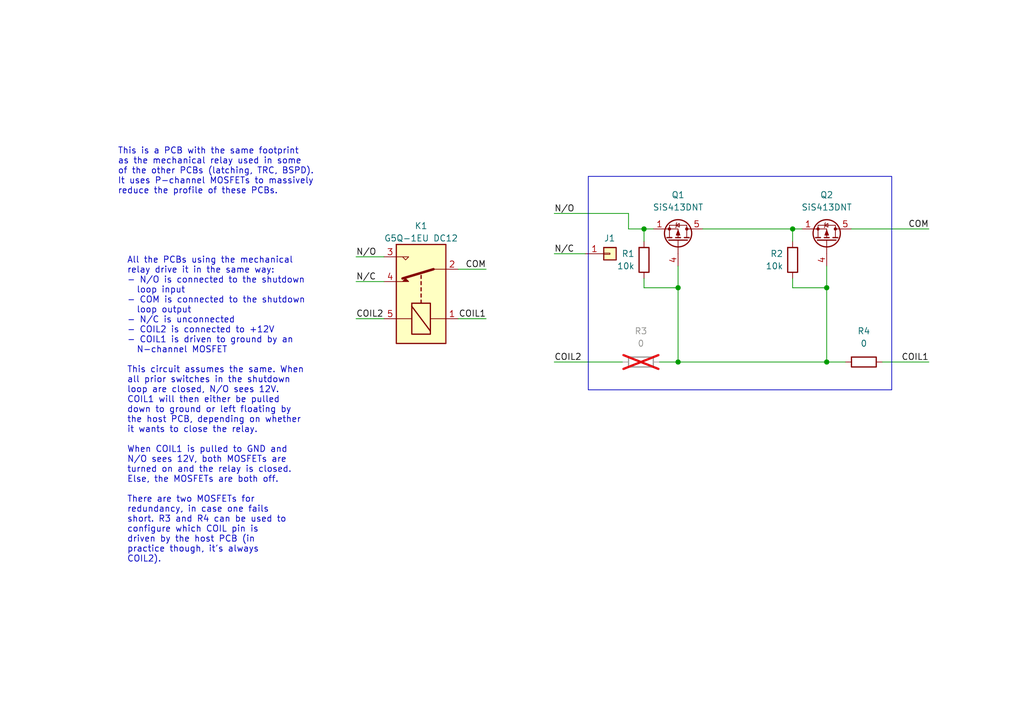
<source format=kicad_sch>
(kicad_sch (version 20230121) (generator eeschema)
  (paper "A5")
  (title_block (title "SS Relay") (date "2024-01-10") (rev "1.0.0") (company "SUFST") (comment 1 "STAG X") (comment 2 "Joe Pater"))
  (lib_symbols
    (symbol "Connector_Generic:Conn_01x01" (pin_names (offset 1.016) hide)
      (property "Reference" "J" (at 0 2.54 0))
      (property "Value" "Conn_01x01" (at 0 -2.54 0))
      (symbol "Conn_01x01_1_1"
        (rectangle (start -1.27 0.127) (end 0 -0.127) (stroke (width 0.1524)))
        (rectangle (start -1.27 1.27) (end 1.27 -1.27) (stroke (width 0.254)) (fill (type background)))
        (pin passive line (at -5.08 0 0) (length 3.81) (name "Pin_1") (number "1"))
      )
    )
    (symbol "Device:R" (pin_numbers hide) (pin_names (offset 0))
      (property "Reference" "R" (at 2.032 0 90))
      (property "Value" "R" (at 0 0 90))
      (symbol "R_0_1"
        (rectangle (start -1.016 -2.54) (end 1.016 2.54) (stroke (width 0.254)))
      )
      (symbol "R_1_1"
        (pin passive line (at 0 3.81 270) (length 1.27) (name "~") (number "1"))
        (pin passive line (at 0 -3.81 90) (length 1.27) (name "~") (number "2"))
      )
    )
    (symbol "Relay:G5Q-1"
      (property "Reference" "K" (at 11.43 3.81 0))
      (property "Value" "G5Q-1" (at 11.43 1.27 0))
      (symbol "G5Q-1_0_0"
        (polyline (pts (xy 7.62 5.08) (xy 7.62 2.54) (xy 6.985 3.175) (xy 7.62 3.81)))
      )
      (symbol "G5Q-1_0_1"
        (rectangle (start -10.16 5.08) (end 10.16 -5.08) (stroke (width 0.254)) (fill (type background)))
        (rectangle (start -8.255 1.905) (end -1.905 -1.905) (stroke (width 0.254)))
        (polyline (pts (xy -7.62 -1.905) (xy -2.54 1.905)) (stroke (width 0.254)))
        (polyline (pts (xy -5.08 -5.08) (xy -5.08 -1.905)))
        (polyline (pts (xy -5.08 5.08) (xy -5.08 1.905)))
        (polyline (pts (xy -1.905 0) (xy -1.27 0)) (stroke (width 0.254)))
        (polyline (pts (xy -0.635 0) (xy 0 0)) (stroke (width 0.254)))
        (polyline (pts (xy 0.635 0) (xy 1.27 0)) (stroke (width 0.254)))
        (polyline (pts (xy 1.905 0) (xy 2.54 0)) (stroke (width 0.254)))
        (polyline (pts (xy 3.175 0) (xy 3.81 0)) (stroke (width 0.254)))
        (polyline (pts (xy 5.08 -2.54) (xy 3.175 3.81)) (stroke (width 0.508)))
        (polyline (pts (xy 5.08 -2.54) (xy 5.08 -5.08)))
        (polyline (pts (xy 2.54 5.08) (xy 2.54 2.54) (xy 3.175 3.175) (xy 2.54 3.81)) (fill (type outline)))
      )
      (symbol "G5Q-1_1_1"
        (pin passive line (at -5.08 -7.62 90) (length 2.54) (name "~") (number "1"))
        (pin passive line (at 5.08 -7.62 90) (length 2.54) (name "~") (number "2"))
        (pin passive line (at 7.62 7.62 270) (length 2.54) (name "~") (number "3"))
        (pin passive line (at 2.54 7.62 270) (length 2.54) (name "~") (number "4"))
        (pin passive line (at -5.08 7.62 270) (length 2.54) (name "~") (number "5"))
      )
    )
    (symbol "SUFST:SiS413DNT" (pin_names hide)
      (property "Reference" "Q" (at 5.08 1.905 0))
      (property "Value" "SiS413DNT" (at 5.08 0 0))
      (symbol "SiS413DNT_0_1"
        (polyline (pts (xy 0.254 0) (xy -2.54 0)))
        (polyline (pts (xy 0.254 1.905) (xy 0.254 -1.905)) (stroke (width 0.254)))
        (polyline (pts (xy 0.762 -1.27) (xy 0.762 -2.286)) (stroke (width 0.254)))
        (polyline (pts (xy 0.762 0.508) (xy 0.762 -0.508)) (stroke (width 0.254)))
        (polyline (pts (xy 0.762 2.286) (xy 0.762 1.27)) (stroke (width 0.254)))
        (polyline (pts (xy 2.54 2.54) (xy 2.54 1.778)))
        (polyline (pts (xy 2.54 -2.54) (xy 2.54 0) (xy 0.762 0)))
        (polyline (pts (xy 0.762 1.778) (xy 3.302 1.778) (xy 3.302 -1.778) (xy 0.762 -1.778)))
        (polyline (pts (xy 2.286 0) (xy 1.27 0.381) (xy 1.27 -0.381) (xy 2.286 0)) (fill (type outline)))
        (polyline (pts (xy 2.794 -0.508) (xy 2.921 -0.381) (xy 3.683 -0.381) (xy 3.81 -0.254)))
        (polyline (pts (xy 3.302 -0.381) (xy 2.921 0.254) (xy 3.683 0.254) (xy 3.302 -0.381)))
        (circle (center 1.651 0) (radius 2.794) (stroke (width 0.254)))
        (circle (center 2.54 -1.778) (radius 0.254) (fill (type outline)))
        (circle (center 2.54 1.778) (radius 0.254) (fill (type outline)))
      )
      (symbol "SiS413DNT_1_1"
        (pin passive line (at 2.54 -5.08 90) (length 2.54) (name "S") (number "1"))
        (pin passive line (at 2.54 -5.08 90) (length 2.54) hide (name "S") (number "2"))
        (pin passive line (at 2.54 -5.08 90) (length 2.54) hide (name "S") (number "3"))
        (pin passive line (at -5.08 0 0) (length 2.54) (name "G") (number "4"))
        (pin passive line (at 2.54 5.08 270) (length 2.54) (name "D") (number "5"))
      )
    )
  )
  (bus_alias "LATCH_STATUS" (members "IMD_OK_LATCHED" "IMD_FAULT_LATCHED" "BMS_OK_LATCHED" "BMS_FAULT_LATCHED"))
  (junction (at 139.065 74.295))
  (junction (at 162.56 46.99))
  (junction (at 169.545 59.055))
  (junction (at 139.065 59.055))
  (junction (at 169.545 74.295))
  (junction (at 132.08 46.99))
  (wire (pts (xy 113.665 52.07) (xy 120.015 52.07)))
  (wire (pts (xy 132.08 59.055) (xy 139.065 59.055)))
  (wire (pts (xy 174.625 46.99) (xy 190.5 46.99)))
  (wire (pts (xy 162.56 46.99) (xy 162.56 49.53)))
  (wire (pts (xy 73.025 57.785) (xy 78.74 57.785)))
  (wire (pts (xy 73.025 65.405) (xy 78.74 65.405)))
  (wire (pts (xy 139.065 59.055) (xy 139.065 54.61)))
  (wire (pts (xy 132.08 57.15) (xy 132.08 59.055)))
  (wire (pts (xy 73.025 52.705) (xy 78.74 52.705)))
  (wire (pts (xy 169.545 74.295) (xy 173.355 74.295)))
  (wire (pts (xy 169.545 59.055) (xy 169.545 74.295)))
  (wire (pts (xy 132.08 46.99) (xy 133.985 46.99)))
  (wire (pts (xy 128.905 46.99) (xy 132.08 46.99)))
  (wire (pts (xy 162.56 57.15) (xy 162.56 59.055)))
  (wire (pts (xy 169.545 74.295) (xy 139.065 74.295)))
  (wire (pts (xy 162.56 59.055) (xy 169.545 59.055)))
  (wire (pts (xy 128.905 46.99) (xy 128.905 43.815)))
  (wire (pts (xy 139.065 59.055) (xy 139.065 74.295)))
  (wire (pts (xy 169.545 59.055) (xy 169.545 54.61)))
  (wire (pts (xy 132.08 49.53) (xy 132.08 46.99)))
  (wire (pts (xy 99.695 65.405) (xy 93.98 65.405)))
  (wire (pts (xy 135.255 74.295) (xy 139.065 74.295)))
  (wire (pts (xy 162.56 46.99) (xy 164.465 46.99)))
  (wire (pts (xy 144.145 46.99) (xy 162.56 46.99)))
  (wire (pts (xy 113.665 74.295) (xy 127.635 74.295)))
  (wire (pts (xy 99.695 55.245) (xy 93.98 55.245)))
  (wire (pts (xy 180.975 74.295) (xy 190.5 74.295)))
  (wire (pts (xy 113.665 43.815) (xy 128.905 43.815)))
  (rectangle (start 120.65 36.195) (end 182.88 80.01))
  (text "All the PCBs using the mechanical\nrelay drive it in the same way:\n- N/O is connected to the shutdown\n  loop input\n- COM is connected to the shutdown\n  loop output\n- N/C is unconnected\n- COIL2 is connected to +12V\n- COIL1 is driven to ground by an \n  N-channel MOSFET\n\nThis circuit assumes the same. When\nall prior switches in the shutdown\nloop are closed, N/O sees 12V.\nCOIL1 will then either be pulled\ndown to ground or left floating by \nthe host PCB, depending on whether\nit wants to close the relay.\n\nWhen COIL1 is pulled to GND and\nN/O sees 12V, both MOSFETs are\nturned on and the relay is closed.\nElse, the MOSFETs are both off.\n\nThere are two MOSFETs for\nredundancy, in case one fails\nshort. R3 and R4 can be used to\nconfigure which COIL pin is\ndriven by the host PCB (in\npractice though, it's always\nCOIL2)." (at 26.035 115.57 0) (effects (font (size 1.27 1.27)) (justify left bottom)))
  (text "This is a PCB with the same footprint\nas the mechanical relay used in some\nof the other PCBs (latching, TRC, BSPD).\nIt uses P-channel MOSFETs to massively\nreduce the profile of these PCBs." (at 24.13 40.005 0) (effects (font (size 1.27 1.27)) (justify left bottom)))
  (label "N{slash}O" (at 73.025 52.705 0))
  (label "COIL1" (at 99.695 65.405 180))
  (label "COIL2" (at 113.665 74.295 0))
  (label "N{slash}C" (at 113.665 52.07 0))
  (label "COIL1" (at 190.5 74.295 180))
  (label "COM" (at 190.5 46.99 180))
  (label "COM" (at 99.695 55.245 180))
  (label "N{slash}C" (at 73.025 57.785 0))
  (label "N{slash}O" (at 113.665 43.815 0))
  (label "COIL2" (at 73.025 65.405 0))
  (symbol (lib_id "Connector_Generic:Conn_01x01") (at 125.095 52.07 0) (unit 1) (in_bom no) (on_board no)
    (property "Reference" "J1" (at 123.825 48.895 0) (effects (justify left)))
    (property "Value" "Conn_01x01" (effects hide))
    (property "Sim.Enable" "0" (effects hide))
  )
  (symbol (lib_id "Relay:G5Q-1") (at 86.36 60.325 90) (unit 1) (in_bom no)
    (property "Reference" "K1" (at 86.36 46.355 90))
    (property "Value" "G5Q-1EU DC12" (at 86.36 48.895 90))
    (property "Footprint" "SUFST:Relay_Template" (effects hide))
    (property "Datasheet" "https://www.omron.com/ecb/products/pdf/en-g5q.pdf" (effects hide))
    (property "Sim.Enable" "0" (effects hide))
  )
  (symbol (lib_id "Device:R") (at 162.56 53.34 0) (unit 1)
    (property "Reference" "R2" (at 160.655 52.07 0) (effects (justify right)))
    (property "Value" "10k" (at 160.655 54.61 0) (effects (justify right)))
    (property "Footprint" "Resistor_SMD:R_0805_2012Metric_Pad1.20x1.40mm_HandSolder" (effects hide))
  )
  (symbol (lib_id "Device:R") (at 131.445 74.295 90) (unit 1) (dnp yes)
    (property "Reference" "R3" (at 131.445 67.945 90))
    (property "Value" "0" (at 131.445 70.485 90))
    (property "Footprint" "Resistor_SMD:R_0805_2012Metric_Pad1.20x1.40mm_HandSolder" (effects hide))
  )
  (symbol (lib_id "SUFST:SiS413DNT") (at 139.065 49.53 270) (mirror x) (unit 1)
    (property "Reference" "Q1" (at 139.065 40.005 90))
    (property "Value" "SiS413DNT" (at 139.065 42.545 90))
    (property "Footprint" "Package_SO:Vishay_PowerPAK_1212-8_Single" (effects hide))
    (property "Order Code" "78-SIS413DN-T1-GE3 " (effects hide))
    (property "Supplier" "Mouser" (effects hide))
  )
  (symbol (lib_id "SUFST:SiS413DNT") (at 169.545 49.53 270) (mirror x) (unit 1)
    (property "Reference" "Q2" (at 169.545 40.005 90))
    (property "Value" "SiS413DNT" (at 169.545 42.545 90))
    (property "Footprint" "Package_SO:Vishay_PowerPAK_1212-8_Single" (effects hide))
    (property "Order Code" "78-SIS413DN-T1-GE3 " (effects hide))
    (property "Supplier" "Mouser" (effects hide))
  )
  (symbol (lib_id "Device:R") (at 132.08 53.34 0) (unit 1)
    (property "Reference" "R1" (at 130.175 52.07 0) (effects (justify right)))
    (property "Value" "10k" (at 130.175 54.61 0) (effects (justify right)))
    (property "Footprint" "Resistor_SMD:R_0805_2012Metric_Pad1.20x1.40mm_HandSolder" (effects hide))
  )
  (symbol (lib_id "Device:R") (at 177.165 74.295 90) (unit 1)
    (property "Reference" "R4" (at 177.165 67.945 90))
    (property "Value" "0" (at 177.165 70.485 90))
    (property "Footprint" "Resistor_SMD:R_0805_2012Metric_Pad1.20x1.40mm_HandSolder" (effects hide))
  )
)
</source>
